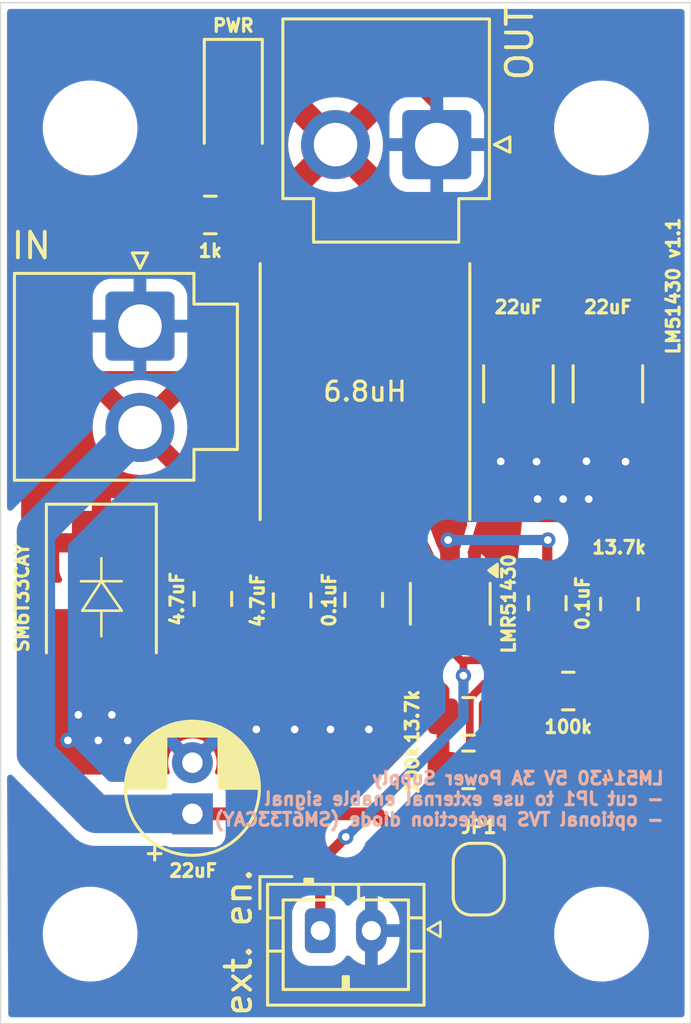
<source format=kicad_pcb>
(kicad_pcb (version 20240108) (generator "pcbnew") (generator_version "8.0")
  (layers (0 "F.Cu" signal) (31 "B.Cu" signal) (34 "B.Paste" user) (35 "F.Paste" user) (36 "B.SilkS" user "B.Silkscreen") (37 "F.SilkS" user "F.Silkscreen") (38 "B.Mask" user) (39 "F.Mask" user) (44 "Edge.Cuts" user))
  (net 0 "")
  (net 1 "/ENABLE")
  (net 2 "Net-(JP1-B)")
  (net 3 "GND")
  (net 4 "/5V")
  (net 5 "/12V")
  (net 6 "Net-(U1-CB)")
  (net 7 "Net-(U1-SW)")
  (net 8 "Net-(U1-FB)")
  (net 9 "Net-(D1-A)")
  (footprint "Jumper:SolderJumper-2_P1.3mm_Bridged_RoundedPad1.0x1.5mm" (layer "F.Cu") (at 31.6 47.1375 90)
    (property "Reference" "JP1" (at 2.0375 0 180) (layer "F.SilkS") (effects (font (size 0.5 0.5) (thickness 0.125) (bold yes))))
    (property "Value" "auto enable" (hide yes))
    (fp_poly (pts (xy 0.25 -0.3) (xy -0.25 -0.3) (xy -0.25 0.3) (xy 0.25 0.3)) (fill solid) (layer "F.Cu"))
    (fp_line (start -0.7 -1) (end 0.7 -1) (stroke (width 0.12)) (layer "F.SilkS"))
    (fp_line (start 1.4 -0.3) (end 1.4 0.3) (stroke (width 0.12)) (layer "F.SilkS"))
    (fp_line (start -1.4 0.3) (end -1.4 -0.3) (stroke (width 0.12)) (layer "F.SilkS"))
    (fp_line (start 0.7 1) (end -0.7 1) (stroke (width 0.12)) (layer "F.SilkS"))
    (fp_arc (start 0.7 -1) (mid 1.194975 -0.794975) (end 1.4 -0.3) (stroke (width 0.12)) (layer "F.SilkS"))
    (fp_arc (start -1.4 -0.3) (mid -1.194975 -0.794975) (end -0.7 -1) (stroke (width 0.12)) (layer "F.SilkS"))
    (fp_arc (start 1.4 0.3) (mid 1.194975 0.794975) (end 0.7 1) (stroke (width 0.12)) (layer "F.SilkS"))
    (fp_arc (start -0.7 1) (mid -1.194975 0.794975) (end -1.4 0.3) (stroke (width 0.12)) (layer "F.SilkS"))
    (pad "1" smd custom (at -0.65 0 90) (size 1 0.5) (layers "F.Cu" "F.Mask") (net 5 "/12V") (options (clearance outline) (anchor rect)) (primitives (gr_circle (center 0 0.25) (end 0.5 0.25) (width 0) (fill yes)) (gr_circle (center 0 -0.25) (end 0.5 -0.25) (width 0) (fill yes)) (gr_poly (pts (xy 0.5 0.75) (xy 0 0.75) (xy 0 -0.75) (xy 0.5 -0.75)) (width 0) (fill yes))))
    (pad "2" smd custom (at 0.65 0 90) (size 1 0.5) (layers "F.Cu" "F.Mask") (net 2 "Net-(JP1-B)") (options (clearance outline) (anchor rect)) (primitives (gr_circle (center 0 0.25) (end 0.5 0.25) (width 0) (fill yes)) (gr_circle (center 0 -0.25) (end 0.5 -0.25) (width 0) (fill yes)) (gr_poly (pts (xy 0 0.75) (xy -0.5 0.75) (xy -0.5 -0.75) (xy 0 -0.75)) (width 0) (fill yes))))
  )
  (footprint "Capacitor_SMD:C_0805_2012Metric_Pad1.18x1.45mm_HandSolder" (layer "F.Cu") (at 21.2 36.1875 -90)
    (property "Reference" "C8" (hide yes))
    (property "Value" "4.7uF" (at 0 1.4 90) (layer "F.SilkS") (effects (font (size 0.5 0.5) (thickness 0.125))))
    (fp_line (start -0.261252 0.735) (end 0.261252 0.735) (stroke (width 0.12)) (layer "F.SilkS"))
    (fp_line (start -0.261252 -0.735) (end 0.261252 -0.735) (stroke (width 0.12)) (layer "F.SilkS"))
    (pad "1" smd roundrect (at -1.0375 0 270) (size 1.175 1.45) (layers "F.Cu" "F.Paste" "F.Mask") (roundrect_rratio 0.212766) (net 5 "/12V"))
    (pad "2" smd roundrect (at 1.0375 0 270) (size 1.175 1.45) (layers "F.Cu" "F.Paste" "F.Mask") (roundrect_rratio 0.212766) (net 3 "GND"))
  )
  (footprint "Connector_JST:JST_VH_B2P-VH-B_1x02_P3.96mm_Vertical" (layer "F.Cu") (at 18.35 25.53 -90)
    (property "Reference" "J8" (hide yes))
    (property "Value" "IN" (at -3.1425 4.25 0) (layer "F.SilkS"))
    (fp_line (start -2.06 4.91) (end -2.06 -2.11) (stroke (width 0.12)) (layer "F.SilkS"))
    (fp_line (start 6.02 4.91) (end -2.06 4.91) (stroke (width 0.12)) (layer "F.SilkS"))
    (fp_line (start -2.86 0.3) (end -2.86 -0.3) (stroke (width 0.12)) (layer "F.SilkS"))
    (fp_line (start -2.26 0) (end -2.86 0.3) (stroke (width 0.12)) (layer "F.SilkS"))
    (fp_line (start -2.86 -0.3) (end -2.26 0) (stroke (width 0.12)) (layer "F.SilkS"))
    (fp_line (start -2.06 -2.11) (end -0.86 -2.11) (stroke (width 0.12)) (layer "F.SilkS"))
    (fp_line (start -0.86 -2.11) (end -0.86 -3.81) (stroke (width 0.12)) (layer "F.SilkS"))
    (fp_line (start 4.82 -2.11) (end 6.02 -2.11) (stroke (width 0.12)) (layer "F.SilkS"))
    (fp_line (start 6.02 -2.11) (end 6.02 4.91) (stroke (width 0.12)) (layer "F.SilkS"))
    (fp_line (start -0.86 -3.81) (end 4.82 -3.81) (stroke (width 0.12)) (layer "F.SilkS"))
    (fp_line (start 4.82 -3.81) (end 4.82 -2.11) (stroke (width 0.12)) (layer "F.SilkS"))
    (pad "1" thru_hole roundrect (at 0 0 270) (size 2.7 2.7) (drill 1.7) (layers "*.Cu" "*.Mask" "In1.Cu" "In2.Cu" "In3.Cu" "In4.Cu" "In5.Cu" "In6.Cu" "In7.Cu" "In8.Cu" "In9.Cu" "In10.Cu" "In11.Cu" "In12.Cu" "In13.Cu" "In14.Cu" "In15.Cu" "In16.Cu" "In17.Cu" "In18.Cu" "In19.Cu" "In20.Cu" "In21.Cu" "In22.Cu" "In23.Cu" "In24.Cu" "In25.Cu" "In26.Cu" "In27.Cu" "In28.Cu" "In29.Cu" "In30.Cu") (roundrect_rratio 0.092593) (net 3 "GND"))
    (pad "2" thru_hole circle (at 3.96 0 270) (size 2.7 2.7) (drill 1.7) (layers "*.Cu" "*.Mask" "In1.Cu" "In2.Cu" "In3.Cu" "In4.Cu" "In5.Cu" "In6.Cu" "In7.Cu" "In8.Cu" "In9.Cu" "In10.Cu" "In11.Cu" "In12.Cu" "In13.Cu" "In14.Cu" "In15.Cu" "In16.Cu" "In17.Cu" "In18.Cu" "In19.Cu" "In20.Cu" "In21.Cu" "In22.Cu" "In23.Cu" "In24.Cu" "In25.Cu" "In26.Cu" "In27.Cu" "In28.Cu" "In29.Cu" "In30.Cu") (net 5 "/12V"))
  )
  (footprint "Capacitor_SMD:C_0805_2012Metric_Pad1.18x1.45mm_HandSolder" (layer "F.Cu") (at 27.1 36.2275 -90)
    (property "Reference" "C10" (hide yes))
    (property "Value" "0.1uF" (at 0 1.35 90) (layer "F.SilkS") (effects (font (size 0.5 0.5) (thickness 0.125))))
    (fp_line (start -0.261252 0.735) (end 0.261252 0.735) (stroke (width 0.12)) (layer "F.SilkS"))
    (fp_line (start -0.261252 -0.735) (end 0.261252 -0.735) (stroke (width 0.12)) (layer "F.SilkS"))
    (pad "1" smd roundrect (at -1.0375 0 270) (size 1.175 1.45) (layers "F.Cu" "F.Paste" "F.Mask") (roundrect_rratio 0.212766) (net 5 "/12V"))
    (pad "2" smd roundrect (at 1.0375 0 270) (size 1.175 1.45) (layers "F.Cu" "F.Paste" "F.Mask") (roundrect_rratio 0.212766) (net 3 "GND"))
  )
  (footprint "Resistor_SMD:R_0805_2012Metric_Pad1.20x1.40mm_HandSolder" (layer "F.Cu") (at 37.1 36.3875 -90)
    (property "Reference" "R9" (hide yes))
    (property "Value" "13.7k" (at -2.21 0.01 180) (layer "F.SilkS") (effects (font (size 0.5 0.5) (thickness 0.125) (bold yes))))
    (fp_line (start -0.227064 0.735) (end 0.227064 0.735) (stroke (width 0.12)) (layer "F.SilkS"))
    (fp_line (start -0.227064 -0.735) (end 0.227064 -0.735) (stroke (width 0.12)) (layer "F.SilkS"))
    (pad "1" smd roundrect (at -1 0 270) (size 1.2 1.4) (layers "F.Cu" "F.Paste" "F.Mask") (roundrect_rratio 0.208333) (net 3 "GND"))
    (pad "2" smd roundrect (at 1 0 270) (size 1.2 1.4) (layers "F.Cu" "F.Paste" "F.Mask") (roundrect_rratio 0.208333) (net 1 "/ENABLE"))
  )
  (footprint "LED_SMD:LED_1206_3216Metric_Pad1.42x1.75mm_HandSolder" (layer "F.Cu") (at 22 16.7875 -90)
    (property "Reference" "D1" (hide yes))
    (property "Value" "PWR" (at -3 0 360) (layer "F.SilkS") (effects (font (size 0.5 0.5) (thickness 0.125) (bold yes))))
    (fp_line (start -2.46 1.135) (end 1.6 1.135) (stroke (width 0.12)) (layer "F.SilkS"))
    (fp_line (start -2.46 -1.135) (end -2.46 1.135) (stroke (width 0.12)) (layer "F.SilkS"))
    (fp_line (start 1.6 -1.135) (end -2.46 -1.135) (stroke (width 0.12)) (layer "F.SilkS"))
    (pad "1" smd roundrect (at -1.4875 0 270) (size 1.425 1.75) (layers "F.Cu" "F.Paste" "F.Mask") (roundrect_rratio 0.175439) (net 3 "GND"))
    (pad "2" smd roundrect (at 1.4875 0 270) (size 1.425 1.75) (layers "F.Cu" "F.Paste" "F.Mask") (roundrect_rratio 0.175439) (net 9 "Net-(D1-A)"))
  )
  (footprint "Resistor_SMD:R_0805_2012Metric_Pad1.20x1.40mm_HandSolder" (layer "F.Cu") (at 21.1 21.1875 180)
    (property "Reference" "R7" (hide yes))
    (property "Value" "1k" (at 0 -1.4 360) (layer "F.SilkS") (effects (font (size 0.5 0.5) (thickness 0.125) (bold yes))))
    (fp_line (start -0.227064 0.735) (end 0.227064 0.735) (stroke (width 0.12)) (layer "F.SilkS"))
    (fp_line (start -0.227064 -0.735) (end 0.227064 -0.735) (stroke (width 0.12)) (layer "F.SilkS"))
    (pad "1" smd roundrect (at -1 0 180) (size 1.2 1.4) (layers "F.Cu" "F.Paste" "F.Mask") (roundrect_rratio 0.208333) (net 4 "/5V"))
    (pad "2" smd roundrect (at 1 0 180) (size 1.2 1.4) (layers "F.Cu" "F.Paste" "F.Mask") (roundrect_rratio 0.208333) (net 9 "Net-(D1-A)"))
  )
  (footprint "MountingHole:MountingHole_3.2mm_M3" (layer "F.Cu") (at 16.4 17.7875)
    (property "Reference" "H1" (hide yes))
    (property "Value" "MountingHole_3.2mm_M3" (hide yes))
    (pad "" np_thru_hole circle (at 0 0) (size 3.2 3.2) (drill 3.2) (layers "*.Cu" "*.Mask" "In1.Cu" "In2.Cu" "In3.Cu" "In4.Cu" "In5.Cu" "In6.Cu" "In7.Cu" "In8.Cu" "In9.Cu" "In10.Cu" "In11.Cu" "In12.Cu" "In13.Cu" "In14.Cu" "In15.Cu" "In16.Cu" "In17.Cu" "In18.Cu" "In19.Cu" "In20.Cu" "In21.Cu" "In22.Cu" "In23.Cu" "In24.Cu" "In25.Cu" "In26.Cu" "In27.Cu" "In28.Cu" "In29.Cu" "In30.Cu"))
  )
  (footprint "Capacitor_SMD:C_1210_3225Metric_Pad1.33x2.70mm_HandSolder" (layer "F.Cu") (at 33.15 27.7875 -90)
    (property "Reference" "C9" (hide yes))
    (property "Value" "22uF" (at -3 0 0) (layer "F.SilkS") (effects (font (size 0.5 0.5) (thickness 0.125))))
    (fp_line (start -0.711252 1.36) (end 0.711252 1.36) (stroke (width 0.12)) (layer "F.SilkS"))
    (fp_line (start -0.711252 -1.36) (end 0.711252 -1.36) (stroke (width 0.12)) (layer "F.SilkS"))
    (pad "1" smd roundrect (at -1.5625 0 270) (size 1.325 2.7) (layers "F.Cu" "F.Paste" "F.Mask") (roundrect_rratio 0.188679) (net 4 "/5V"))
    (pad "2" smd roundrect (at 1.5625 0 270) (size 1.325 2.7) (layers "F.Cu" "F.Paste" "F.Mask") (roundrect_rratio 0.188679) (net 3 "GND"))
  )
  (footprint "Connector_JST:JST_PH_B2B-PH-K_1x02_P2.00mm_Vertical" (layer "F.Cu") (at 25.4 49.15)
    (property "Reference" "J2" (hide yes))
    (property "Value" "ext. en." (at -3.2 0.45 90) (layer "F.SilkS"))
    (fp_line (start -2.36 -2.11) (end -2.36 -0.86) (stroke (width 0.12)) (layer "F.SilkS"))
    (fp_line (start -2.06 -1.81) (end -2.06 2.91) (stroke (width 0.12)) (layer "F.SilkS"))
    (fp_line (start -2.06 -0.5) (end -1.45 -0.5) (stroke (width 0.12)) (layer "F.SilkS"))
    (fp_line (start -2.06 0.8) (end -1.45 0.8) (stroke (width 0.12)) (layer "F.SilkS"))
    (fp_line (start -2.06 2.91) (end 4.06 2.91) (stroke (width 0.12)) (layer "F.SilkS"))
    (fp_line (start -1.45 -1.2) (end -1.45 2.3) (stroke (width 0.12)) (layer "F.SilkS"))
    (fp_line (start -1.45 2.3) (end 3.45 2.3) (stroke (width 0.12)) (layer "F.SilkS"))
    (fp_line (start -1.11 -2.11) (end -2.36 -2.11) (stroke (width 0.12)) (layer "F.SilkS"))
    (fp_line (start -0.6 -2.01) (end -0.6 -1.81) (stroke (width 0.12)) (layer "F.SilkS"))
    (fp_line (start -0.3 -2.01) (end -0.6 -2.01) (stroke (width 0.12)) (layer "F.SilkS"))
    (fp_line (start -0.3 -1.91) (end -0.6 -1.91) (stroke (width 0.12)) (layer "F.SilkS"))
    (fp_line (start -0.3 -1.81) (end -0.3 -2.01) (stroke (width 0.12)) (layer "F.SilkS"))
    (fp_line (start 0.5 -1.81) (end 0.5 -1.2) (stroke (width 0.12)) (layer "F.SilkS"))
    (fp_line (start 0.5 -1.2) (end -1.45 -1.2) (stroke (width 0.12)) (layer "F.SilkS"))
    (fp_line (start 0.9 1.8) (end 1.1 1.8) (stroke (width 0.12)) (layer "F.SilkS"))
    (fp_line (start 0.9 2.3) (end 0.9 1.8) (stroke (width 0.12)) (layer "F.SilkS"))
    (fp_line (start 1 2.3) (end 1 1.8) (stroke (width 0.12)) (layer "F.SilkS"))
    (fp_line (start 1.1 1.8) (end 1.1 2.3) (stroke (width 0.12)) (layer "F.SilkS"))
    (fp_line (start 1.5 -1.2) (end 1.5 -1.81) (stroke (width 0.12)) (layer "F.SilkS"))
    (fp_line (start 3.45 -1.2) (end 1.5 -1.2) (stroke (width 0.12)) (layer "F.SilkS"))
    (fp_line (start 3.45 2.3) (end 3.45 -1.2) (stroke (width 0.12)) (layer "F.SilkS"))
    (fp_line (start 4.06 -1.81) (end -2.06 -1.81) (stroke (width 0.12)) (layer "F.SilkS"))
    (fp_line (start 4.06 -0.5) (end 3.45 -0.5) (stroke (width 0.12)) (layer "F.SilkS"))
    (fp_line (start 4.06 0.8) (end 3.45 0.8) (stroke (width 0.12)) (layer "F.SilkS"))
    (fp_line (start 4.06 2.91) (end 4.06 -1.81) (stroke (width 0.12)) (layer "F.SilkS"))
    (pad "1" thru_hole roundrect (at 0 0) (size 1.2 1.75) (drill 0.75) (layers "*.Cu" "*.Mask" "In1.Cu" "In2.Cu" "In3.Cu" "In4.Cu" "In5.Cu" "In6.Cu" "In7.Cu" "In8.Cu" "In9.Cu" "In10.Cu" "In11.Cu" "In12.Cu" "In13.Cu" "In14.Cu" "In15.Cu" "In16.Cu" "In17.Cu" "In18.Cu" "In19.Cu" "In20.Cu" "In21.Cu" "In22.Cu" "In23.Cu" "In24.Cu" "In25.Cu" "In26.Cu" "In27.Cu" "In28.Cu" "In29.Cu" "In30.Cu") (roundrect_rratio 0.208333) (net 1 "/ENABLE"))
    (pad "2" thru_hole oval (at 2 0) (size 1.2 1.75) (drill 0.75) (layers "*.Cu" "*.Mask" "In1.Cu" "In2.Cu" "In3.Cu" "In4.Cu" "In5.Cu" "In6.Cu" "In7.Cu" "In8.Cu" "In9.Cu" "In10.Cu" "In11.Cu" "In12.Cu" "In13.Cu" "In14.Cu" "In15.Cu" "In16.Cu" "In17.Cu" "In18.Cu" "In19.Cu" "In20.Cu" "In21.Cu" "In22.Cu" "In23.Cu" "In24.Cu" "In25.Cu" "In26.Cu" "In27.Cu" "In28.Cu" "In29.Cu" "In30.Cu") (net 3 "GND"))
  )
  (footprint "Connector_JST:JST_VH_B2P-VH-B_1x02_P3.96mm_Vertical" (layer "F.Cu") (at 29.9575 18.4375 180)
    (property "Reference" "J1" (hide yes))
    (property "Value" "OUT" (at -3.2425 3.95 90) (layer "F.SilkS"))
    (fp_line (start 6.02 4.91) (end -2.06 4.91) (stroke (width 0.12)) (layer "F.SilkS"))
    (fp_line (start 6.02 -2.11) (end 6.02 4.91) (stroke (width 0.12)) (layer "F.SilkS"))
    (fp_line (start 4.82 -2.11) (end 6.02 -2.11) (stroke (width 0.12)) (layer "F.SilkS"))
    (fp_line (start 4.82 -3.81) (end 4.82 -2.11) (stroke (width 0.12)) (layer "F.SilkS"))
    (fp_line (start -0.86 -2.11) (end -0.86 -3.81) (stroke (width 0.12)) (layer "F.SilkS"))
    (fp_line (start -0.86 -3.81) (end 4.82 -3.81) (stroke (width 0.12)) (layer "F.SilkS"))
    (fp_line (start -2.06 4.91) (end -2.06 -2.11) (stroke (width 0.12)) (layer "F.SilkS"))
    (fp_line (start -2.06 -2.11) (end -0.86 -2.11) (stroke (width 0.12)) (layer "F.SilkS"))
    (fp_line (start -2.26 0) (end -2.86 0.3) (stroke (width 0.12)) (layer "F.SilkS"))
    (fp_line (start -2.86 0.3) (end -2.86 -0.3) (stroke (width 0.12)) (layer "F.SilkS"))
    (fp_line (start -2.86 -0.3) (end -2.26 0) (stroke (width 0.12)) (layer "F.SilkS"))
    (pad "1" thru_hole roundrect (at 0 0 180) (size 2.7 2.7) (drill 1.7) (layers "*.Cu" "*.Mask" "In1.Cu" "In2.Cu" "In3.Cu" "In4.Cu" "In5.Cu" "In6.Cu" "In7.Cu" "In8.Cu" "In9.Cu" "In10.Cu" "In11.Cu" "In12.Cu" "In13.Cu" "In14.Cu" "In15.Cu" "In16.Cu" "In17.Cu" "In18.Cu" "In19.Cu" "In20.Cu" "In21.Cu" "In22.Cu" "In23.Cu" "In24.Cu" "In25.Cu" "In26.Cu" "In27.Cu" "In28.Cu" "In29.Cu" "In30.Cu") (roundrect_rratio 0.092593) (net 3 "GND"))
    (pad "2" thru_hole circle (at 3.96 0 180) (size 2.7 2.7) (drill 1.7) (layers "*.Cu" "*.Mask" "In1.Cu" "In2.Cu" "In3.Cu" "In4.Cu" "In5.Cu" "In6.Cu" "In7.Cu" "In8.Cu" "In9.Cu" "In10.Cu" "In11.Cu" "In12.Cu" "In13.Cu" "In14.Cu" "In15.Cu" "In16.Cu" "In17.Cu" "In18.Cu" "In19.Cu" "In20.Cu" "In21.Cu" "In22.Cu" "In23.Cu" "In24.Cu" "In25.Cu" "In26.Cu" "In27.Cu" "In28.Cu" "In29.Cu" "In30.Cu") (net 4 "/5V"))
  )
  (footprint "Capacitor_SMD:C_0805_2012Metric_Pad1.18x1.45mm_HandSolder" (layer "F.Cu") (at 24.3 36.2475 -90)
    (property "Reference" "C5" (hide yes))
    (property "Value" "4.7uF" (at 0 1.35 90) (layer "F.SilkS") (effects (font (size 0.5 0.5) (thickness 0.125))))
    (fp_line (start -0.261252 0.735) (end 0.261252 0.735) (stroke (width 0.12)) (layer "F.SilkS"))
    (fp_line (start -0.261252 -0.735) (end 0.261252 -0.735) (stroke (width 0.12)) (layer "F.SilkS"))
    (pad "1" smd roundrect (at -1.0375 0 270) (size 1.175 1.45) (layers "F.Cu" "F.Paste" "F.Mask") (roundrect_rratio 0.212766) (net 5 "/12V"))
    (pad "2" smd roundrect (at 1.0375 0 270) (size 1.175 1.45) (layers "F.Cu" "F.Paste" "F.Mask") (roundrect_rratio 0.212766) (net 3 "GND"))
  )
  (footprint "Capacitor_THT:CP_Radial_D5.0mm_P2.00mm" (layer "F.Cu") (at 20.4 44.5875 90)
    (property "Reference" "C11" (hide yes))
    (property "Value" "22uF" (at -2.22 0.03 360) (layer "F.SilkS") (effects (font (size 0.5 0.5) (thickness 0.125) (bold yes))))
    (fp_line (start 1.04 -2.58) (end 1.04 -1.04) (stroke (width 0.12)) (layer "F.SilkS"))
    (fp_line (start 1 -2.58) (end 1 -1.04) (stroke (width 0.12)) (layer "F.SilkS"))
    (fp_line (start 1.08 -2.579) (end 1.08 -1.04) (stroke (width 0.12)) (layer "F.SilkS"))
    (fp_line (start 1.12 -2.578) (end 1.12 -1.04) (stroke (width 0.12)) (layer "F.SilkS"))
    (fp_line (start 1.16 -2.576) (end 1.16 -1.04) (stroke (width 0.12)) (layer "F.SilkS"))
    (fp_line (start 1.2 -2.573) (end 1.2 -1.04) (stroke (width 0.12)) (layer "F.SilkS"))
    (fp_line (start 1.24 -2.569) (end 1.24 -1.04) (stroke (width 0.12)) (layer "F.SilkS"))
    (fp_line (start 1.28 -2.565) (end 1.28 -1.04) (stroke (width 0.12)) (layer "F.SilkS"))
    (fp_line (start 1.32 -2.561) (end 1.32 -1.04) (stroke (width 0.12)) (layer "F.SilkS"))
    (fp_line (start 1.36 -2.556) (end 1.36 -1.04) (stroke (width 0.12)) (layer "F.SilkS"))
    (fp_line (start 1.4 -2.55) (end 1.4 -1.04) (stroke (width 0.12)) (layer "F.SilkS"))
    (fp_line (start 1.44 -2.543) (end 1.44 -1.04) (stroke (width 0.12)) (layer "F.SilkS"))
    (fp_line (start 1.48 -2.536) (end 1.48 -1.04) (stroke (width 0.12)) (layer "F.SilkS"))
    (fp_line (start 1.52 -2.528) (end 1.52 -1.04) (stroke (width 0.12)) (layer "F.SilkS"))
    (fp_line (start 1.56 -2.52) (end 1.56 -1.04) (stroke (width 0.12)) (layer "F.SilkS"))
    (fp_line (start 1.6 -2.511) (end 1.6 -1.04) (stroke (width 0.12)) (layer "F.SilkS"))
    (fp_line (start 1.64 -2.501) (end 1.64 -1.04) (stroke (width 0.12)) (layer "F.SilkS"))
    (fp_line (start 1.68 -2.491) (end 1.68 -1.04) (stroke (width 0.12)) (layer "F.SilkS"))
    (fp_line (start 1.721 -2.48) (end 1.721 -1.04) (stroke (width 0.12)) (layer "F.SilkS"))
    (fp_line (start 1.761 -2.468) (end 1.761 -1.04) (stroke (width 0.12)) (layer "F.SilkS"))
    (fp_line (start 1.801 -2.455) (end 1.801 -1.04) (stroke (width 0.12)) (layer "F.SilkS"))
    (fp_line (start 1.841 -2.442) (end 1.841 -1.04) (stroke (width 0.12)) (layer "F.SilkS"))
    (fp_line (start 1.881 -2.428) (end 1.881 -1.04) (stroke (width 0.12)) (layer "F.SilkS"))
    (fp_line (start 1.921 -2.414) (end 1.921 -1.04) (stroke (width 0.12)) (layer "F.SilkS"))
    (fp_line (start 1.961 -2.398) (end 1.961 -1.04) (stroke (width 0.12)) (layer "F.SilkS"))
    (fp_line (start 2.001 -2.382) (end 2.001 -1.04) (stroke (width 0.12)) (layer "F.SilkS"))
    (fp_line (start 2.041 -2.365) (end 2.041 -1.04) (stroke (width 0.12)) (layer "F.SilkS"))
    (fp_line (start 2.081 -2.348) (end 2.081 -1.04) (stroke (width 0.12)) (layer "F.SilkS"))
    (fp_line (start 2.121 -2.329) (end 2.121 -1.04) (stroke (width 0.12)) (layer "F.SilkS"))
    (fp_line (start 2.161 -2.31) (end 2.161 -1.04) (stroke (width 0.12)) (layer "F.SilkS"))
    (fp_line (start 2.201 -2.29) (end 2.201 -1.04) (stroke (width 0.12)) (layer "F.SilkS"))
    (fp_line (start 2.241 -2.268) (end 2.241 -1.04) (stroke (width 0.12)) (layer "F.SilkS"))
    (fp_line (start 2.281 -2.247) (end 2.281 -1.04) (stroke (width 0.12)) (layer "F.SilkS"))
    (fp_line (start 2.321 -2.224) (end 2.321 -1.04) (stroke (width 0.12)) (layer "F.SilkS"))
    (fp_line (start 2.361 -2.2) (end 2.361 -1.04) (stroke (width 0.12)) (layer "F.SilkS"))
    (fp_line (start 2.401 -2.175) (end 2.401 -1.04) (stroke (width 0.12)) (layer "F.SilkS"))
    (fp_line (start 2.441 -2.149) (end 2.441 -1.04) (stroke (width 0.12)) (layer "F.SilkS"))
    (fp_line (start 2.481 -2.122) (end 2.481 -1.04) (stroke (width 0.12)) (layer "F.SilkS"))
    (fp_line (start 2.521 -2.095) (end 2.521 -1.04) (stroke (width 0.12)) (layer "F.SilkS"))
    (fp_line (start 2.561 -2.065) (end 2.561 -1.04) (stroke (width 0.12)) (layer "F.SilkS"))
    (fp_line (start 2.601 -2.035) (end 2.601 -1.04) (stroke (width 0.12)) (layer "F.SilkS"))
    (fp_line (start 2.641 -2.004) (end 2.641 -1.04) (stroke (width 0.12)) (layer "F.SilkS"))
    (fp_line (start 2.681 -1.971) (end 2.681 -1.04) (stroke (width 0.12)) (layer "F.SilkS"))
    (fp_line (start 2.721 -1.937) (end 2.721 -1.04) (stroke (width 0.12)) (layer "F.SilkS"))
    (fp_line (start 2.761 -1.901) (end 2.761 -1.04) (stroke (width 0.12)) (layer "F.SilkS"))
    (fp_line (start 2.801 -1.864) (end 2.801 -1.04) (stroke (width 0.12)) (layer "F.SilkS"))
    (fp_line (start 2.841 -1.826) (end 2.841 -1.04) (stroke (width 0.12)) (layer "F.SilkS"))
    (fp_line (start 2.881 -1.785) (end 2.881 -1.04) (stroke (width 0.12)) (layer "F.SilkS"))
    (fp_line (start 2.921 -1.743) (end 2.921 -1.04) (stroke (width 0.12)) (layer "F.SilkS"))
    (fp_line (start -1.554775 -1.725) (end -1.554775 -1.225) (stroke (width 0.12)) (layer "F.SilkS"))
    (fp_line (start 2.961 -1.699) (end 2.961 -1.04) (stroke (width 0.12)) (layer "F.SilkS"))
    (fp_line (start 3.001 -1.653) (end 3.001 -1.04) (stroke (width 0.12)) (layer "F.SilkS"))
    (fp_line (start 3.041 -1.605) (end 3.041 1.605) (stroke (width 0.12)) (layer "F.SilkS"))
    (fp_line (start 3.081 -1.554) (end 3.081 1.554) (stroke (width 0.12)) (layer "F.SilkS"))
    (fp_line (start 3.121 -1.5) (end 3.121 1.5) (stroke (width 0.12)) (layer "F.SilkS"))
    (fp_line (start -1.804775 -1.475) (end -1.304775 -1.475) (stroke (width 0.12)) (layer "F.SilkS"))
    (fp_line (start 3.161 -1.443) (end 3.161 1.443) (stroke (width 0.12)) (layer "F.SilkS"))
    (fp_line (start 3.201 -1.383) (end 3.201 1.383) (stroke (width 0.12)) (layer "F.SilkS"))
    (fp_line (start 3.241 -1.319) (end 3.241 1.319) (stroke (width 0.12)) (layer "F.SilkS"))
    (fp_line (start 3.281 -1.251) (end 3.281 1.251) (stroke (width 0.12)) (layer "F.SilkS"))
    (fp_line (start 3.321 -1.178) (end 3.321 1.178) (stroke (width 0.12)) (layer "F.SilkS"))
    (fp_line (start 3.361 -1.098) (end 3.361 1.098) (stroke (width 0.12)) (layer "F.SilkS"))
    (fp_line (start 3.401 -1.011) (end 3.401 1.011) (stroke (width 0.12)) (layer "F.SilkS"))
    (fp_line (start 3.441 -0.915) (end 3.441 0.915) (stroke (width 0.12)) (layer "F.SilkS"))
    (fp_line (start 3.481 -0.805) (end 3.481 0.805) (stroke (width 0.12)) (layer "F.SilkS"))
    (fp_line (start 3.521 -0.677) (end 3.521 0.677) (stroke (width 0.12)) (layer "F.SilkS"))
    (fp_line (start 3.561 -0.518) (end 3.561 0.518) (stroke (width 0.12)) (layer "F.SilkS"))
    (fp_line (start 3.601 -0.284) (end 3.601 0.284) (stroke (width 0.12)) (layer "F.SilkS"))
    (fp_line (start 3.001 1.04) (end 3.001 1.653) (stroke (width 0.12)) (layer "F.SilkS"))
    (fp_line (start 2.961 1.04) (end 2.961 1.699) (stroke (width 0.12)) (layer "F.SilkS"))
    (fp_line (start 2.921 1.04) (end 2.921 1.743) (stroke (width 0.12)) (layer "F.SilkS"))
    (fp_line (start 2.881 1.04) (end 2.881 1.785) (stroke (width 0.12)) (layer "F.SilkS"))
    (fp_line (start 2.841 1.04) (end 2.841 1.826) (stroke (width 0.12)) (layer "F.SilkS"))
    (fp_line (start 2.801 1.04) (end 2.801 1.864) (stroke (width 0.12)) (layer "F.SilkS"))
    (fp_line (start 2.761 1.04) (end 2.761 1.901) (stroke (width 0.12)) (layer "F.SilkS"))
    (fp_line (start 2.721 1.04) (end 2.721 1.937) (stroke (width 0.12)) (layer "F.SilkS"))
    (fp_line (start 2.681 1.04) (end 2.681 1.971) (stroke (width 0.12)) (layer "F.SilkS"))
    (fp_line (start 2.641 1.04) (end 2.641 2.004) (stroke (width 0.12)) (layer "F.SilkS"))
    (fp_line (start 2.601 1.04) (end 2.601 2.035) (stroke (width 0.12)) (layer "F.SilkS"))
    (fp_line (start 2.561 1.04) (end 2.561 2.065) (stroke (width 0.12)) (layer "F.SilkS"))
    (fp_line (start 2.521 1.04) (end 2.521 2.095) (stroke (width 0.12)) (layer "F.SilkS"))
    (fp_line (start 2.481 1.04) (end 2.481 2.122) (stroke (width 0.12)) (layer "F.SilkS"))
    (fp_line (start 2.441 1.04) (end 2.441 2.149) (stroke (width 0.12)) (layer "F.SilkS"))
    (fp_line (start 2.401 1.04) (end 2.401 2.175) (stroke (width 0.12)) (layer "F.SilkS"))
    (fp_line (start 2.361 1.04) (end 2.361 2.2) (stroke (width 0.12)) (layer "F.SilkS"))
    (fp_line (start 2.321 1.04) (end 2.321 2.224) (stroke (width 0.12)) (layer "F.SilkS"))
    (fp_line (start 2.281 1.04) (end 2.281 2.247) (stroke (width 0.12)) (layer "F.SilkS"))
    (fp_line (start 2.241 1.04) (end 2.241 2.268) (stroke (width 0.12)) (layer "F.SilkS"))
    (fp_line (start 2.201 1.04) (end 2.201 2.29) (stroke (width 0.12)) (layer "F.SilkS"))
    (fp_line (start 2.161 1.04) (end 2.161 2.31) (stroke (width 0.12)) (layer "F.SilkS"))
    (fp_line (start 2.121 1.04) (end 2.121 2.329) (stroke (width 0.12)) (layer "F.SilkS"))
    (fp_line (start 2.081 1.04) (end 2.081 2.348) (stroke (width 0.12)) (layer "F.SilkS"))
    (fp_line (start 2.041 1.04) (end 2.041 2.365) (stroke (width 0.12)) (layer "F.SilkS"))
    (fp_line (start 2.001 1.04) (end 2.001 2.382) (stroke (width 0.12)) (layer "F.SilkS"))
    (fp_line (start 1.961 1.04) (end 1.961 2.398) (stroke (width 0.12)) (layer "F.SilkS"))
    (fp_line (start 1.921 1.04) (end 1.921 2.414) (stroke (width 0.12)) (layer "F.SilkS"))
    (fp_line (start 1.881 1.04) (end 1.881 2.428) (stroke (width 0.12)) (layer "F.SilkS"))
    (fp_line (start 1.841 1.04) (end 1.841 2.442) (stroke (width 0.12)) (layer "F.SilkS"))
    (fp_line (start 1.801 1.04) (end 1.801 2.455) (stroke (width 0.12)) (layer "F.SilkS"))
    (fp_line (start 1.761 1.04) (end 1.761 2.468) (stroke (width 0.12)) (layer "F.SilkS"))
    (fp_line (start 1.721 1.04) (end 1.721 2.48) (stroke (width 0.12)) (layer "F.SilkS"))
    (fp_line (start 1.68 1.04) (end 1.68 2.491) (stroke (width 0.12)) (layer "F.SilkS"))
    (fp_line (start 1.64 1.04) (end 1.64 2.501) (stroke (width 0.12)) (layer "F.SilkS"))
    (fp_line (start 1.6 1.04) (end 1.6 2.511) (stroke (width 0.12)) (layer "F.SilkS"))
    (fp_line (start 1.56 1.04) (end 1.56 2.52) (stroke (width 0.12)) (layer "F.SilkS"))
    (fp_line (start 1.52 1.04) (end 1.52 2.528) (stroke (width 0.12)) (layer "F.SilkS"))
    (fp_line (start 1.48 1.04) (end 1.48 2.536) (stroke (width 0.12)) (layer "F.SilkS"))
    (fp_line (start 1.44 1.04) (end 1.44 2.543) (stroke (width 0.12)) (layer "F.SilkS"))
    (fp_line (start 1.4 1.04) (end 1.4 2.55) (stroke (width 0.12)) (layer "F.SilkS"))
    (fp_line (start 1.36 1.04) (end 1.36 2.556) (stroke (width 0.12)) (layer "F.SilkS"))
    (fp_line (start 1.32 1.04) (end 1.32 2.561) (stroke (width 0.12)) (layer "F.SilkS"))
    (fp_line (start 1.28 1.04) (end 1.28 2.565) (stroke (width 0.12)) (layer "F.SilkS"))
    (fp_line (start 1.24 1.04) (end 1.24 2.569) (stroke (width 0.12)) (layer "F.SilkS"))
    (fp_line (start 1.2 1.04) (end 1.2 2.573) (stroke (width 0.12)) (layer "F.SilkS"))
    (fp_line (start 1.16 1.04) (end 1.16 2.576) (stroke (width 0.12)) (layer "F.SilkS"))
    (fp_line (start 1.12 1.04) (end 1.12 2.578) (stroke (width 0.12)) (layer "F.SilkS"))
    (fp_line (start 1.08 1.04) (end 1.08 2.579) (stroke (width 0.12)) (layer "F.SilkS"))
    (fp_line (start 1.04 1.04) (end 1.04 2.58) (stroke (width 0.12)) (layer "F.SilkS"))
    (fp_line (start 1 1.04) (end 1 2.58) (stroke (width 0.12)) (layer "F.SilkS"))
    (fp_circle (center 1 0) (end 3.62 0) (stroke (width 0.12)) (fill none) (layer "F.SilkS"))
    (pad "1" thru_hole rect (at 0 0 90) (size 1.6 1.6) (drill 0.8) (layers "*.Cu" "*.Mask" "In1.Cu" "In2.Cu" "In3.Cu" "In4.Cu" "In5.Cu" "In6.Cu" "In7.Cu" "In8.Cu" "In9.Cu" "In10.Cu" "In11.Cu" "In12.Cu" "In13.Cu" "In14.Cu" "In15.Cu" "In16.Cu" "In17.Cu" "In18.Cu" "In19.Cu" "In20.Cu" "In21.Cu" "In22.Cu" "In23.Cu" "In24.Cu" "In25.Cu" "In26.Cu" "In27.Cu" "In28.Cu" "In29.Cu" "In30.Cu") (net 5 "/12V"))
    (pad "2" thru_hole circle (at 2 0 90) (size 1.6 1.6) (drill 0.8) (layers "*.Cu" "*.Mask" "In1.Cu" "In2.Cu" "In3.Cu" "In4.Cu" "In5.Cu" "In6.Cu" "In7.Cu" "In8.Cu" "In9.Cu" "In10.Cu" "In11.Cu" "In12.Cu" "In13.Cu" "In14.Cu" "In15.Cu" "In16.Cu" "In17.Cu" "In18.Cu" "In19.Cu" "In20.Cu" "In21.Cu" "In22.Cu" "In23.Cu" "In24.Cu" "In25.Cu" "In26.Cu" "In27.Cu" "In28.Cu" "In29.Cu" "In30.Cu") (net 3 "GND"))
  )
  (footprint "MountingHole:MountingHole_3.2mm_M3" (layer "F.Cu") (at 36.4 17.7875)
    (property "Reference" "H2" (hide yes))
    (property "Value" "MountingHole_3.2mm_M3" (hide yes))
    (pad "" np_thru_hole circle (at 0 0) (size 3.2 3.2) (drill 3.2) (layers "*.Cu" "*.Mask" "In1.Cu" "In2.Cu" "In3.Cu" "In4.Cu" "In5.Cu" "In6.Cu" "In7.Cu" "In8.Cu" "In9.Cu" "In10.Cu" "In11.Cu" "In12.Cu" "In13.Cu" "In14.Cu" "In15.Cu" "In16.Cu" "In17.Cu" "In18.Cu" "In19.Cu" "In20.Cu" "In21.Cu" "In22.Cu" "In23.Cu" "In24.Cu" "In25.Cu" "In26.Cu" "In27.Cu" "In28.Cu" "In29.Cu" "In30.Cu"))
  )
  (footprint "Resistor_SMD:R_0805_2012Metric_Pad1.20x1.40mm_HandSolder" (layer "F.Cu") (at 31.2 42.8675 180)
    (property "Reference" "R5" (hide yes))
    (property "Value" "100k" (at 2.2 -0.02 -90) (layer "F.SilkS") (effects (font (size 0.5 0.5) (thickness 0.125))))
    (fp_line (start -0.227064 0.735) (end 0.227064 0.735) (stroke (width 0.12)) (layer "F.SilkS"))
    (fp_line (start -0.227064 -0.735) (end 0.227064 -0.735) (stroke (width 0.12)) (layer "F.SilkS"))
    (pad "1" smd roundrect (at -1 0 180) (size 1.2 1.4) (layers "F.Cu" "F.Paste" "F.Mask") (roundrect_rratio 0.208333) (net 4 "/5V"))
    (pad "2" smd roundrect (at 1 0 180) (size 1.2 1.4) (layers "F.Cu" "F.Paste" "F.Mask") (roundrect_rratio 0.208333) (net 8 "Net-(U1-FB)"))
  )
  (footprint "Capacitor_SMD:C_0805_2012Metric_Pad1.18x1.45mm_HandSolder" (layer "F.Cu") (at 34.28 36.3575 90)
    (property "Reference" "C6" (hide yes))
    (property "Value" "0.1uF" (at 0 1.38 90) (layer "F.SilkS") (effects (font (size 0.5 0.5) (thickness 0.125))))
    (fp_line (start -0.261252 -0.735) (end 0.261252 -0.735) (stroke (width 0.12)) (layer "F.SilkS"))
    (fp_line (start -0.261252 0.735) (end 0.261252 0.735) (stroke (width 0.12)) (layer "F.SilkS"))
    (pad "1" smd roundrect (at -1.0375 0 90) (size 1.175 1.45) (layers "F.Cu" "F.Paste" "F.Mask") (roundrect_rratio 0.212766) (net 6 "Net-(U1-CB)"))
    (pad "2" smd roundrect (at 1.0375 0 90) (size 1.175 1.45) (layers "F.Cu" "F.Paste" "F.Mask") (roundrect_rratio 0.212766) (net 7 "Net-(U1-SW)"))
  )
  (footprint "Resistor_SMD:R_0805_2012Metric_Pad1.20x1.40mm_HandSolder" (layer "F.Cu") (at 35.1 39.7875)
    (property "Reference" "R8" (hide yes))
    (property "Value" "100k" (at 0 1.4 0) (layer "F.SilkS") (effects (font (size 0.5 0.5) (thickness 0.125) (bold yes))))
    (fp_line (start -0.227064 -0.735) (end 0.227064 -0.735) (stroke (width 0.12)) (layer "F.SilkS"))
    (fp_line (start -0.227064 0.735) (end 0.227064 0.735) (stroke (width 0.12)) (layer "F.SilkS"))
    (pad "1" smd roundrect (at -1 0) (size 1.2 1.4) (layers "F.Cu" "F.Paste" "F.Mask") (roundrect_rratio 0.208333) (net 2 "Net-(JP1-B)"))
    (pad "2" smd roundrect (at 1 0) (size 1.2 1.4) (layers "F.Cu" "F.Paste" "F.Mask") (roundrect_rratio 0.208333) (net 1 "/ENABLE"))
  )
  (footprint "MountingHole:MountingHole_3.2mm_M3" (layer "F.Cu") (at 36.4 49.2875)
    (property "Reference" "H4" (hide yes))
    (property "Value" "MountingHole_3.2mm_M3" (hide yes))
    (pad "" np_thru_hole circle (at 0 0) (size 3.2 3.2) (drill 3.2) (layers "*.Cu" "*.Mask" "In1.Cu" "In2.Cu" "In3.Cu" "In4.Cu" "In5.Cu" "In6.Cu" "In7.Cu" "In8.Cu" "In9.Cu" "In10.Cu" "In11.Cu" "In12.Cu" "In13.Cu" "In14.Cu" "In15.Cu" "In16.Cu" "In17.Cu" "In18.Cu" "In19.Cu" "In20.Cu" "In21.Cu" "In22.Cu" "In23.Cu" "In24.Cu" "In25.Cu" "In26.Cu" "In27.Cu" "In28.Cu" "In29.Cu" "In30.Cu"))
  )
  (footprint "Inductor_SMD:L_Taiyo-Yuden_NR-80xx_HandSoldering" (layer "F.Cu") (at 27.15 28.0875 90)
    (property "Reference" "L1" (hide yes))
    (property "Value" "6.8uH" (at 0 0 180) (layer "F.SilkS") (effects (font (size 0.75 0.75) (thickness 0.125) (bold yes))))
    (fp_line (start -5 -4.1) (end 5 -4.1) (stroke (width 0.12)) (layer "F.SilkS"))
    (fp_line (start -5 4.1) (end 5 4.1) (stroke (width 0.12)) (layer "F.SilkS"))
    (pad "1" smd rect (at -3.45 0 90) (size 3.1 7.7) (layers "F.Cu" "F.Paste" "F.Mask") (net 7 "Net-(U1-SW)"))
    (pad "2" smd rect (at 3.45 0 90) (size 3.1 7.7) (layers "F.Cu" "F.Paste" "F.Mask") (net 4 "/5V"))
  )
  (footprint "Resistor_SMD:R_0805_2012Metric_Pad1.20x1.40mm_HandSolder" (layer "F.Cu") (at 31.2 40.7775)
    (property "Reference" "R6" (hide yes))
    (property "Value" "13.7k" (at -2.2 0.01 -90) (layer "F.SilkS") (effects (font (size 0.5 0.5) (thickness 0.125))))
    (fp_line (start -0.227064 -0.735) (end 0.227064 -0.735) (stroke (width 0.12)) (layer "F.SilkS"))
    (fp_line (start -0.227064 0.735) (end 0.227064 0.735) (stroke (width 0.12)) (layer "F.SilkS"))
    (pad "1" smd roundrect (at -1 0) (size 1.2 1.4) (layers "F.Cu" "F.Paste" "F.Mask") (roundrect_rratio 0.208333) (net 8 "Net-(U1-FB)"))
    (pad "2" smd roundrect (at 1 0) (size 1.2 1.4) (layers "F.Cu" "F.Paste" "F.Mask") (roundrect_rratio 0.208333) (net 3 "GND"))
  )
  (footprint "Package_TO_SOT_SMD:SOT-23-6" (layer "F.Cu") (at 30.485 36.3775 -90)
    (property "Reference" "U1" (hide yes))
    (property "Value" "LMR51430" (at 0 -2.285 90) (layer "F.SilkS") (effects (font (size 0.5 0.5) (thickness 0.125))))
    (fp_line (start 0 1.56) (end -0.8 1.56) (stroke (width 0.12)) (layer "F.SilkS"))
    (fp_line (start 0 1.56) (end 0.8 1.56) (stroke (width 0.12)) (layer "F.SilkS"))
    (fp_line (start 0 -1.56) (end -0.8 -1.56) (stroke (width 0.12)) (layer "F.SilkS"))
    (fp_line (start 0 -1.56) (end 0.8 -1.56) (stroke (width 0.12)) (layer "F.SilkS"))
    (fp_poly (pts (xy -1.3 -1.51) (xy -1.54 -1.84) (xy -1.06 -1.84) (xy -1.3 -1.51)) (stroke (width 0.12)) (fill solid) (layer "F.SilkS"))
    (pad "1" smd roundrect (at -1.1375 -0.95 270) (size 1.325 0.6) (layers "F.Cu" "F.Paste" "F.Mask") (net 3 "GND"))
    (pad "2" smd roundrect (at -1.1375 0 270) (size 1.325 0.6) (layers "F.Cu" "F.Paste" "F.Mask") (net 7 "Net-(U1-SW)"))
    (pad "3" smd roundrect (at -1.1375 0.95 270) (size 1.325 0.6) (layers "F.Cu" "F.Paste" "F.Mask") (net 5 "/12V"))
    (pad "4" smd roundrect (at 1.1375 0.95 270) (size 1.325 0.6) (layers "F.Cu" "F.Paste" "F.Mask") (net 8 "Net-(U1-FB)"))
    (pad "5" smd roundrect (at 1.1375 0 270) (size 1.325 0.6) (layers "F.Cu" "F.Paste" "F.Mask") (net 1 "/ENABLE"))
    (pad "6" smd roundrect (at 1.1375 -0.95 270) (size 1.325 0.6) (layers "F.Cu" "F.Paste" "F.Mask") (net 6 "Net-(U1-CB)"))
  )
  (footprint "Diode_SMD:D_SMB" (layer "F.Cu") (at 16.84 36.1475 -90)
    (property "Reference" "D2" (hide yes))
    (property "Value" "SM6T33CAY" (at 0 3.1 90) (layer "F.SilkS") (effects (font (size 0.5 0.5) (thickness 0.125))))
    (fp_line (start -3.66 2.15) (end 2.15 2.15) (stroke (width 0.12)) (layer "F.SilkS"))
    (fp_line (start 0.50118 0.75032) (end 0.50118 -0.79908) (stroke (width 0.1)) (layer "F.SilkS"))
    (fp_line (start -0.64944 0.00102) (end 0.50118 0.75032) (stroke (width 0.1)) (layer "F.SilkS"))
    (fp_line (start -0.64944 0.00102) (end -1.55114 0.00102) (stroke (width 0.1)) (layer "F.SilkS"))
    (fp_line (start -0.64944 0.00102) (end 0.50118 -0.79908) (stroke (width 0.1)) (layer "F.SilkS"))
    (fp_line (start 0.50118 0.00102) (end 1.4994 0.00102) (stroke (width 0.1)) (layer "F.SilkS"))
    (fp_line (start -0.64944 -0.79908) (end -0.64944 0.80112) (stroke (width 0.1)) (layer "F.SilkS"))
    (fp_line (start -3.66 -2.15) (end -3.66 2.15) (stroke (width 0.12)) (layer "F.SilkS"))
    (fp_line (start -3.66 -2.15) (end 2.15 -2.15) (stroke (width 0.12)) (layer "F.SilkS"))
    (pad "1" smd roundrect (at -2.15 0 270) (size 2.5 2.3) (layers "F.Cu" "F.Paste" "F.Mask") (roundrect_rratio 0.1086956522) (net 5 "/12V"))
    (pad "2" smd roundrect (at 2.15 0 270) (size 2.5 2.3) (layers "F.Cu" "F.Paste" "F.Mask") (roundrect_rratio 0.1086956522) (net 3 "GND"))
  )
  (footprint "MountingHole:MountingHole_3.2mm_M3" (layer "F.Cu") (at 16.4 49.2875)
    (property "Reference" "H3" (hide yes))
    (property "Value" "MountingHole_3.2mm_M3" (hide yes))
    (pad "" np_thru_hole circle (at 0 0) (size 3.2 3.2) (drill 3.2) (layers "*.Cu" "*.Mask" "In1.Cu" "In2.Cu" "In3.Cu" "In4.Cu" "In5.Cu" "In6.Cu" "In7.Cu" "In8.Cu" "In9.Cu" "In10.Cu" "In11.Cu" "In12.Cu" "In13.Cu" "In14.Cu" "In15.Cu" "In16.Cu" "In17.Cu" "In18.Cu" "In19.Cu" "In20.Cu" "In21.Cu" "In22.Cu" "In23.Cu" "In24.Cu" "In25.Cu" "In26.Cu" "In27.Cu" "In28.Cu" "In29.Cu" "In30.Cu"))
  )
  (footprint "Capacitor_SMD:C_1210_3225Metric_Pad1.33x2.70mm_HandSolder" (layer "F.Cu") (at 36.65 27.7875 -90)
    (property "Reference" "C7" (hide yes))
    (property "Value" "22uF" (at -3 0 0) (layer "F.SilkS") (effects (font (size 0.5 0.5) (thickness 0.125))))
    (fp_line (start -0.711252 1.36) (end 0.711252 1.36) (stroke (width 0.12)) (layer "F.SilkS"))
    (fp_line (start -0.711252 -1.36) (end 0.711252 -1.36) (stroke (width 0.12)) (layer "F.SilkS"))
    (pad "1" smd roundrect (at -1.5625 0 270) (size 1.325 2.7) (layers "F.Cu" "F.Paste" "F.Mask") (roundrect_rratio 0.188679) (net 4 "/5V"))
    (pad "2" smd roundrect (at 1.5625 0 270) (size 1.325 2.7) (layers "F.Cu" "F.Paste" "F.Mask") (roundrect_rratio 0.188679) (net 3 "GND"))
  )
  (gr_poly (pts (xy 29.6 49.1) (xy 30.1 48.8) (xy 30.1 49.4)) (stroke (width 0.1)) (fill none) (layer "F.SilkS"))
  (gr_rect (start 12.9 12.8875) (end 39.9 52.7875) (stroke (width 0.05)) (fill none) (layer "Edge.Cuts"))
  (gr_text "LM51430 5V 3A Power Supply\n- cut JP1 to use external enable signal\n- optional TVS protection diode (SM6T33CAY)" (at 38.9 45.1 0) (layer "B.SilkS") (effects (font (size 0.5 0.5) (thickness 0.125) (bold yes)) (justify left bottom mirror)))
  (gr_text "LM51430 v1.1" (at 39.5 26.7 90) (layer "F.SilkS") (effects (font (size 0.5 0.5) (thickness 0.125) (bold yes)) (justify left bottom)))
  (segment (start 37.1 37.3875) (end 37.1 38.7875) (width 0.3) (layer "F.Cu") (net 1))
  (segment (start 31 38.692498) (end 30.647501 38.339999) (width 0.3) (layer "F.Cu") (net 1))
  (segment (start 36.1 39.7875) (end 34.9 38.5875) (width 0.3) (layer "F.Cu") (net 1))
  (segment (start 25.4 46.4875) (end 25.4 49.15) (width 0.4) (layer "F.Cu") (net 1))
  (segment (start 30.485 38.177499) (end 30.485 37.515) (width 0.3) (layer "F.Cu") (net 1))
  (segment (start 30.895001 38.5875) (end 30.647501 38.339999) (width 0.3) (layer "F.Cu") (net 1))
  (segment (start 26.4 45.4875) (end 25.4 46.4875) (width 0.4) (layer "F.Cu") (net 1))
  (segment (start 37.1 38.7875) (end 36.1 39.7875) (width 0.3) (layer "F.Cu") (net 1))
  (segment (start 30.647501 38.339999) (end 30.485 38.177499) (width 0.3) (layer "F.Cu") (net 1))
  (segment (start 31 39.1875) (end 31 38.692498) (width 0.3) (layer "F.Cu") (net 1))
  (segment (start 34.9 38.5875) (end 30.895001 38.5875) (width 0.3) (layer "F.Cu") (net 1))
  (via (at 31 39.1875) (size 0.6) (drill 0.3) (layers "F.Cu" "B.Cu") (net 1))
  (via (at 26.4 45.4875) (size 0.6) (drill 0.3) (layers "F.Cu" "B.Cu") (net 1))
  (segment (start 26.4 45.4875) (end 31 40.8875) (width 0.4) (layer "B.Cu") (net 1))
  (segment (start 31 40.8875) (end 31 39.1875) (width 0.4) (layer "B.Cu") (net 1))
  (segment (start 33.8 39.4875) (end 31.834544 39.4875) (width 0.3) (layer "F.Cu") (net 2))
  (segment (start 31.25 46.1375) (end 31.6 46.4875) (width 0.3) (layer "F.Cu") (net 2))
  (segment (start 31.834544 39.4875) (end 31.25 40.072044) (width 0.3) (layer "F.Cu") (net 2))
  (segment (start 31.25 40.072044) (end 31.25 46.1375) (width 0.3) (layer "F.Cu") (net 2))
  (segment (start 34.1 39.7875) (end 33.8 39.4875) (width 0.3) (layer "F.Cu") (net 2))
  (segment (start 37.7 38.8675) (end 37.7 40.4375) (width 0.5) (layer "F.Cu") (net 3))
  (segment (start 36.94 41.1975) (end 32.62 41.1975) (width 0.5) (layer "F.Cu") (net 3))
  (segment (start 22 15.3) (end 28.4125 15.3) (width 0.5) (layer "F.Cu") (net 3))
  (segment (start 28.4125 15.3) (end 29.9575 16.845) (width 0.5) (layer "F.Cu") (net 3))
  (segment (start 37.1 33.1675) (end 38.61 34.6775) (width 0.5) (layer "F.Cu") (net 3))
  (segment (start 29.9575 16.845) (end 29.9575 18.4375) (width 0.5) (layer "F.Cu") (net 3))
  (segment (start 38.61 34.6775) (end 38.61 37.9575) (width 0.5) (layer "F.Cu") (net 3))
  (segment (start 32.62 41.1975) (end 32.2 40.7775) (width 0.5) (layer "F.Cu") (net 3))
  (segment (start 37.7 40.4375) (end 36.94 41.1975) (width 0.5) (layer "F.Cu") (net 3))
  (segment (start 38.61 37.9575) (end 37.7 38.8675) (width 0.5) (layer "F.Cu") (net 3))
  (via (at 15.94 40.7175) (size 0.6) (drill 0.3) (layers "F.Cu" "B.Cu") (net 3))
  (via (at 27.3 41.2875) (size 0.6) (drill 0.3) (layers "F.Cu" "B.Cu") (net 3))
  (via (at 37.34 30.8275) (size 0.6) (drill 0.3) (layers "F.Cu" "B.Cu") (net 3))
  (via (at 24.4 41.2875) (size 0.6) (drill 0.3) (layers "F.Cu" "B.Cu") (net 3))
  (via (at 33.9 32.2875) (size 0.6) (drill 0.3) (layers "F.Cu" "B.Cu") (net 3))
  (via (at 25.8 41.2875) (size 0.6) (drill 0.3) (layers "F.Cu" "B.Cu") (net 3))
  (via (at 17.87 41.7175) (size 0.6) (drill 0.3) (layers "F.Cu" "B.Cu") (net 3))
  (via (at 15.53 41.7175) (size 0.6) (drill 0.3) (layers "F.Cu" "B.Cu") (net 3))
  (via (at 32.46 30.8175) (size 0.6) (drill 0.3) (layers "F.Cu" "B.Cu") (net 3))
  (via (at 16.72 41.7175) (size 0.6) (drill 0.3) (layers "F.Cu" "B.Cu") (net 3))
  (via (at 34.9 32.2875) (size 0.6) (drill 0.3) (layers "F.Cu" "B.Cu") (net 3))
  (via (at 17.25 40.7175) (size 0.6) (drill 0.3) (layers "F.Cu" "B.Cu") (net 3))
  (via (at 33.86 30.8275) (size 0.6) (drill 0.3) (layers "F.Cu" "B.Cu") (net 3))
  (via (at 35.81 30.8075) (size 0.6) (drill 0.3) (layers "F.Cu" "B.Cu") (net 3))
  (via (at 22.9 41.2875) (size 0.6) (drill 0.3) (layers "F.Cu" "B.Cu") (net 3))
  (via (at 35.9 32.2875) (size 0.6) (drill 0.3) (layers "F.Cu" "B.Cu") (net 3))
  (segment (start 32.2 42.8675) (end 36.25995 42.8675) (width 0.5) (layer "F.Cu") (net 4))
  (segment (start 39.4 28.975) (end 36.65 26.225) (width 0.5) (layer "F.Cu") (net 4))
  (segment (start 36.25995 42.8675) (end 39.4 39.72745) (width 0.5) (layer "F.Cu") (net 4))
  (segment (start 39.4 39.72745) (end 39.4 28.975) (width 0.5) (layer "F.Cu") (net 4))
  (segment (start 30.845 47.7875) (end 27.645 44.5875) (width 0.5) (layer "F.Cu") (net 5))
  (segment (start 27.645 44.5875) (end 20.4 44.5875) (width 0.5) (layer "F.Cu") (net 5))
  (segment (start 31.6 47.7875) (end 30.845 47.7875) (width 0.5) (layer "F.Cu") (net 5))
  (segment (start 14.28 42.235267) (end 14.28 33.56) (width 1.5) (layer "B.Cu") (net 5))
  (segment (start 16.632233 44.5875) (end 14.28 42.235267) (width 1.5) (layer "B.Cu") (net 5))
  (segment (start 14.28 33.56) (end 18.35 29.49) (width 1.5) (layer "B.Cu") (net 5))
  (segment (start 20.4 44.5875) (end 16.632233 44.5875) (width 1.5) (layer "B.Cu") (net 5))
  (segment (start 31.555 37.395) (end 31.435 37.515) (width 0.2) (layer "F.Cu") (net 6))
  (segment (start 34.28 37.395) (end 31.555 37.395) (width 0.5) (layer "F.Cu") (net 6))
  (segment (start 34.28 33.9075) (end 34.3 33.8875) (width 0.4) (layer "F.Cu") (net 7))
  (segment (start 34.28 35.32) (end 34.28 33.9075) (width 0.4) (layer "F.Cu") (net 7))
  (via (at 34.3 33.8875) (size 0.6) (drill 0.3) (layers "F.Cu" "B.Cu") (net 7))
  (via (at 30.4 33.8875) (size 0.6) (drill 0.3) (layers "F.Cu" "B.Cu") (net 7))
  (segment (start 34.3 33.8875) (end 30.4 33.8875) (width 0.4) (layer "B.Cu") (net 7))
  (segment (start 29.535 37.515) (end 29.535 39.1025) (width 0.5) (layer "F.Cu") (net 8))
  (segment (start 29.535 39.1025) (end 30.2 39.7675) (width 0.5) (layer "F.Cu") (net 8))
  (segment (start 30.2 39.7675) (end 30.2 40.7775) (width 0.5) (layer "F.Cu") (net 8))
  (segment (start 30.2 42.8675) (end 30.2 40.7775) (width 0.5) (layer "F.Cu") (net 8))
  (segment (start 20.1 19.0875) (end 20.9125 18.275) (width 1) (layer "F.Cu") (net 9))
  (segment (start 20.9125 18.275) (end 22 18.275) (width 1) (layer "F.Cu") (net 9))
  (segment (start 20.1 21.1875) (end 20.1 19.0875) (width 1) (layer "F.Cu") (net 9))
  (zone (net 7) (net_name "Net-(U1-SW)") (layer "F.Cu") (priority 3) (connect_pads yes (clearance 0.25)) (min_thickness 0.25) (fill yes (thermal_gap 0.5) (thermal_bridge_width 0.5))
    (polygon (pts (xy 23.15 29.5375) (xy 23.15 33.0375) (xy 29.65 33.2875) (xy 30.035 34.3025) (xy 30.08 35.8775) (xy 30.86 35.8775) (xy 30.86 34.2525) (xy 31.15 33.2875) (xy 31.15 29.5375)))
  )
  (zone (net 5) (net_name "/12V") (layer "F.Cu") (priority 4) (connect_pads (clearance 0.25)) (min_thickness 0.25) (fill yes (thermal_gap 0.5) (thermal_bridge_width 0.75))
    (polygon (pts (xy 29.9 34.5675) (xy 29.88 35.5575) (xy 13.71 35.5575) (xy 13.7 32.0875) (xy 16.4 27.2875) (xy 20.47 27.2875) (xy 22.29 28.9675) (xy 22.3 33.4875) (xy 29.4 33.5375)))
  )
  (zone (net 4) (net_name "/5V") (layer "F.Cu") (priority 7) (connect_pads (clearance 0.5)) (min_thickness 0.25) (fill yes (thermal_gap 0.5) (thermal_bridge_width 2))
    (polygon (pts (xy 22.41 22.3675) (xy 31.6 22.3475) (xy 31.6 25.6875) (xy 22.4 25.6875)))
  )
  (zone (net 4) (net_name "/5V") (layer "F.Cu") (priority 1) (connect_pads (clearance 0.5)) (min_thickness 0.25) (fill yes (thermal_gap 0.5) (thermal_bridge_width 1))
    (polygon (pts (xy 38.5 23.2875) (xy 38.5 27.0875) (xy 31.21 27.0075) (xy 31.1 25.6875) (xy 22.4 25.6875) (xy 21.6 22.8875) (xy 21.3 19.5875) (xy 23.5 19.5875) (xy 23.9 15.8875) (xy 27.7 15.8875) (xy 28.2 21.1875) (xy 35.1 21.1875)))
  )
  (zone (net 3) (net_name "GND") (layer "F.Cu") (priority 2) (connect_pads (clearance 0.15)) (min_thickness 0.15) (fill yes (thermal_gap 0.15) (thermal_bridge_width 0.5))
    (polygon (pts (xy 31.65 28.5375) (xy 31.65 32.7875) (xy 31.11 34.5375) (xy 31.11 36.1275) (xy 28.28 36.1375) (xy 28.29 36.5875) (xy 14.3 36.5875) (xy 14.29 43.0575) (xy 18.77 43.0475) (xy 27.9 43.0375) (xy 28.76 42.1575) (xy 28.75 36.6475) (xy 32.9 36.6375) (xy 33.29 33.1875) (xy 35.65 33.1875) (xy 35.65 36.1075) (xy 38.13 36.1175) (xy 38.15 31.5575) (xy 38.15 28.5375)))
  )
  (zone (net 3) (net_name "GND") (layer "B.Cu") (connect_pads (clearance 0.5)) (min_thickness 0.25) (fill yes (thermal_gap 0.5) (thermal_bridge_width 0.5))
    (polygon (pts (xy 13 12.7875) (xy 39.7 12.8875) (xy 39.9 52.7375) (xy 13.2 52.6375)))
  )
)
</source>
